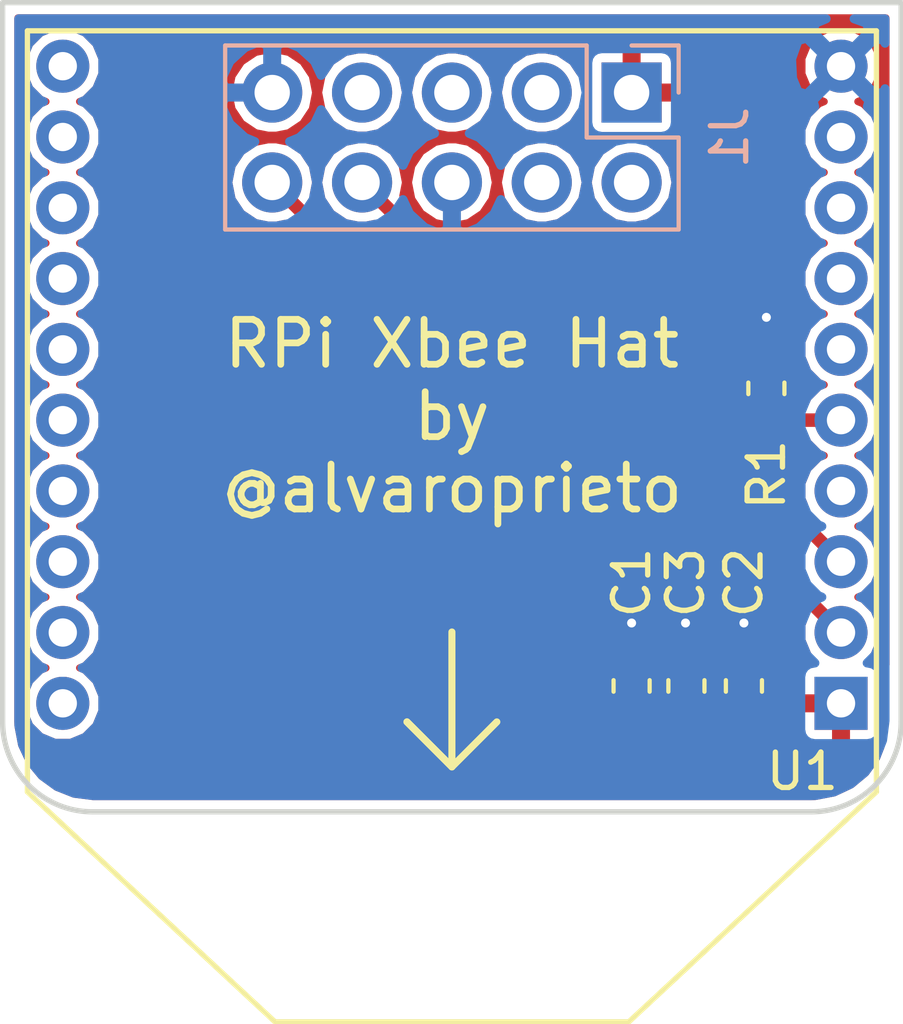
<source format=kicad_pcb>
(kicad_pcb (version 20171130) (host pcbnew 5.0.2-bee76a0~70~ubuntu18.04.1)

  (general
    (thickness 1.6)
    (drawings 11)
    (tracks 17)
    (zones 0)
    (modules 6)
    (nets 26)
  )

  (page A4)
  (title_block
    (title "Xbee Rpi Hat")
    (date 2019-01-20)
    (rev 1.0)
  )

  (layers
    (0 F.Cu signal)
    (31 B.Cu signal)
    (32 B.Adhes user)
    (33 F.Adhes user)
    (34 B.Paste user)
    (35 F.Paste user)
    (36 B.SilkS user)
    (37 F.SilkS user)
    (38 B.Mask user)
    (39 F.Mask user)
    (40 Dwgs.User user)
    (41 Cmts.User user)
    (42 Eco1.User user)
    (43 Eco2.User user)
    (44 Edge.Cuts user)
    (45 Margin user)
    (46 B.CrtYd user)
    (47 F.CrtYd user)
    (48 B.Fab user)
    (49 F.Fab user hide)
  )

  (setup
    (last_trace_width 0.381)
    (user_trace_width 0.1524)
    (user_trace_width 0.2032)
    (user_trace_width 0.254)
    (user_trace_width 0.3048)
    (user_trace_width 0.381)
    (user_trace_width 0.508)
    (user_trace_width 0.635)
    (user_trace_width 1.016)
    (trace_clearance 0.1524)
    (zone_clearance 0.254)
    (zone_45_only no)
    (trace_min 0.1524)
    (segment_width 0.2)
    (edge_width 0.15)
    (via_size 0.508)
    (via_drill 0.254)
    (via_min_size 0.508)
    (via_min_drill 0.254)
    (uvia_size 0.508)
    (uvia_drill 0.254)
    (uvias_allowed no)
    (uvia_min_size 0.2)
    (uvia_min_drill 0.1)
    (pcb_text_width 0.3)
    (pcb_text_size 1.5 1.5)
    (mod_edge_width 0.15)
    (mod_text_size 1 1)
    (mod_text_width 0.15)
    (pad_size 1.524 1.524)
    (pad_drill 0.762)
    (pad_to_mask_clearance 0.051)
    (solder_mask_min_width 0.25)
    (aux_axis_origin 0 0)
    (visible_elements FFFFFF7F)
    (pcbplotparams
      (layerselection 0x010fc_ffffffff)
      (usegerberextensions false)
      (usegerberattributes false)
      (usegerberadvancedattributes false)
      (creategerberjobfile false)
      (excludeedgelayer true)
      (linewidth 0.100000)
      (plotframeref false)
      (viasonmask false)
      (mode 1)
      (useauxorigin false)
      (hpglpennumber 1)
      (hpglpenspeed 20)
      (hpglpendiameter 15.000000)
      (psnegative false)
      (psa4output false)
      (plotreference true)
      (plotvalue true)
      (plotinvisibletext false)
      (padsonsilk false)
      (subtractmaskfromsilk false)
      (outputformat 1)
      (mirror false)
      (drillshape 1)
      (scaleselection 1)
      (outputdirectory ""))
  )

  (net 0 "")
  (net 1 +3V3)
  (net 2 GND)
  (net 3 "Net-(J1-Pad2)")
  (net 4 "Net-(J1-Pad3)")
  (net 5 "Net-(J1-Pad4)")
  (net 6 "Net-(J1-Pad5)")
  (net 7 "Net-(J1-Pad7)")
  (net 8 /PI_TX)
  (net 9 /PI_RX)
  (net 10 "Net-(R1-Pad1)")
  (net 11 "Net-(U1-Pad4)")
  (net 12 "Net-(U1-Pad6)")
  (net 13 "Net-(U1-Pad7)")
  (net 14 "Net-(U1-Pad8)")
  (net 15 "Net-(U1-Pad9)")
  (net 16 "Net-(U1-Pad11)")
  (net 17 "Net-(U1-Pad12)")
  (net 18 "Net-(U1-Pad13)")
  (net 19 "Net-(U1-Pad14)")
  (net 20 "Net-(U1-Pad15)")
  (net 21 "Net-(U1-Pad16)")
  (net 22 "Net-(U1-Pad17)")
  (net 23 "Net-(U1-Pad18)")
  (net 24 "Net-(U1-Pad19)")
  (net 25 "Net-(U1-Pad20)")

  (net_class Default "This is the default net class."
    (clearance 0.1524)
    (trace_width 0.1524)
    (via_dia 0.508)
    (via_drill 0.254)
    (uvia_dia 0.508)
    (uvia_drill 0.254)
    (diff_pair_gap 0.1524)
    (diff_pair_width 0.1524)
    (add_net +3V3)
    (add_net /PI_RX)
    (add_net /PI_TX)
    (add_net GND)
    (add_net "Net-(J1-Pad2)")
    (add_net "Net-(J1-Pad3)")
    (add_net "Net-(J1-Pad4)")
    (add_net "Net-(J1-Pad5)")
    (add_net "Net-(J1-Pad7)")
    (add_net "Net-(R1-Pad1)")
    (add_net "Net-(U1-Pad11)")
    (add_net "Net-(U1-Pad12)")
    (add_net "Net-(U1-Pad13)")
    (add_net "Net-(U1-Pad14)")
    (add_net "Net-(U1-Pad15)")
    (add_net "Net-(U1-Pad16)")
    (add_net "Net-(U1-Pad17)")
    (add_net "Net-(U1-Pad18)")
    (add_net "Net-(U1-Pad19)")
    (add_net "Net-(U1-Pad20)")
    (add_net "Net-(U1-Pad4)")
    (add_net "Net-(U1-Pad6)")
    (add_net "Net-(U1-Pad7)")
    (add_net "Net-(U1-Pad8)")
    (add_net "Net-(U1-Pad9)")
  )

  (module alvarop:XBEE_S2C_TH (layer F.Cu) (tedit 5BB41CB2) (tstamp 5C518020)
    (at 147.32 84.455)
    (path /5C4517A5)
    (fp_text reference U1 (at 9.906 10.922) (layer F.SilkS)
      (effects (font (size 1 1) (thickness 0.15)))
    )
    (fp_text value XBEE_S2C (at 0 -8.5) (layer F.Fab)
      (effects (font (size 1 1) (thickness 0.15)))
    )
    (fp_line (start 12 -10) (end -12 -10) (layer F.SilkS) (width 0.15))
    (fp_line (start -12 -10) (end -12 11.5) (layer F.SilkS) (width 0.15))
    (fp_line (start 12 -10) (end 12 11.5) (layer F.SilkS) (width 0.15))
    (fp_line (start 5 18) (end -5 18) (layer F.SilkS) (width 0.15))
    (fp_line (start -5 18) (end -12 11.5) (layer F.SilkS) (width 0.15))
    (fp_line (start 12 11.5) (end 5 18) (layer F.SilkS) (width 0.15))
    (pad 1 thru_hole rect (at 11 9) (size 1.5 1.5) (drill 0.8) (layers *.Cu *.Mask)
      (net 1 +3V3))
    (pad 2 thru_hole circle (at 11 7) (size 1.5 1.5) (drill 0.8) (layers *.Cu *.Mask)
      (net 9 /PI_RX))
    (pad 3 thru_hole circle (at 11 5) (size 1.5 1.5) (drill 0.8) (layers *.Cu *.Mask)
      (net 8 /PI_TX))
    (pad 4 thru_hole circle (at 11 3) (size 1.5 1.5) (drill 0.8) (layers *.Cu *.Mask)
      (net 11 "Net-(U1-Pad4)"))
    (pad 5 thru_hole circle (at 11 1) (size 1.5 1.5) (drill 0.8) (layers *.Cu *.Mask)
      (net 10 "Net-(R1-Pad1)"))
    (pad 6 thru_hole circle (at 11 -1) (size 1.5 1.5) (drill 0.8) (layers *.Cu *.Mask)
      (net 12 "Net-(U1-Pad6)"))
    (pad 7 thru_hole circle (at 11 -3) (size 1.5 1.5) (drill 0.8) (layers *.Cu *.Mask)
      (net 13 "Net-(U1-Pad7)"))
    (pad 8 thru_hole circle (at 11 -5) (size 1.5 1.5) (drill 0.8) (layers *.Cu *.Mask)
      (net 14 "Net-(U1-Pad8)"))
    (pad 9 thru_hole circle (at 11 -7) (size 1.5 1.5) (drill 0.8) (layers *.Cu *.Mask)
      (net 15 "Net-(U1-Pad9)"))
    (pad 10 thru_hole circle (at 11 -9) (size 1.5 1.5) (drill 0.8) (layers *.Cu *.Mask)
      (net 2 GND))
    (pad 11 thru_hole circle (at -11 -9) (size 1.5 1.5) (drill 0.8) (layers *.Cu *.Mask)
      (net 16 "Net-(U1-Pad11)"))
    (pad 12 thru_hole circle (at -11 -7) (size 1.5 1.5) (drill 0.8) (layers *.Cu *.Mask)
      (net 17 "Net-(U1-Pad12)"))
    (pad 13 thru_hole circle (at -11 -5) (size 1.5 1.5) (drill 0.8) (layers *.Cu *.Mask)
      (net 18 "Net-(U1-Pad13)"))
    (pad 14 thru_hole circle (at -11 -3) (size 1.5 1.5) (drill 0.8) (layers *.Cu *.Mask)
      (net 19 "Net-(U1-Pad14)"))
    (pad 15 thru_hole circle (at -11 -1) (size 1.5 1.5) (drill 0.8) (layers *.Cu *.Mask)
      (net 20 "Net-(U1-Pad15)"))
    (pad 16 thru_hole circle (at -11 1) (size 1.5 1.5) (drill 0.8) (layers *.Cu *.Mask)
      (net 21 "Net-(U1-Pad16)"))
    (pad 17 thru_hole circle (at -11 3) (size 1.5 1.5) (drill 0.8) (layers *.Cu *.Mask)
      (net 22 "Net-(U1-Pad17)"))
    (pad 18 thru_hole circle (at -11 5) (size 1.5 1.5) (drill 0.8) (layers *.Cu *.Mask)
      (net 23 "Net-(U1-Pad18)"))
    (pad 19 thru_hole circle (at -11 7) (size 1.5 1.5) (drill 0.8) (layers *.Cu *.Mask)
      (net 24 "Net-(U1-Pad19)"))
    (pad 20 thru_hole circle (at -11 9) (size 1.5 1.5) (drill 0.8) (layers *.Cu *.Mask)
      (net 25 "Net-(U1-Pad20)"))
  )

  (module Capacitor_SMD:C_0603_1608Metric (layer F.Cu) (tedit 5B301BBE) (tstamp 5C517B2D)
    (at 152.4 92.964 90)
    (descr "Capacitor SMD 0603 (1608 Metric), square (rectangular) end terminal, IPC_7351 nominal, (Body size source: http://www.tortai-tech.com/upload/download/2011102023233369053.pdf), generated with kicad-footprint-generator")
    (tags capacitor)
    (path /5C45221A)
    (attr smd)
    (fp_text reference C1 (at 2.921 0 90) (layer F.SilkS)
      (effects (font (size 1 1) (thickness 0.15)))
    )
    (fp_text value 1uF (at 0 1.43 90) (layer F.Fab)
      (effects (font (size 1 1) (thickness 0.15)))
    )
    (fp_line (start -0.8 0.4) (end -0.8 -0.4) (layer F.Fab) (width 0.1))
    (fp_line (start -0.8 -0.4) (end 0.8 -0.4) (layer F.Fab) (width 0.1))
    (fp_line (start 0.8 -0.4) (end 0.8 0.4) (layer F.Fab) (width 0.1))
    (fp_line (start 0.8 0.4) (end -0.8 0.4) (layer F.Fab) (width 0.1))
    (fp_line (start -0.162779 -0.51) (end 0.162779 -0.51) (layer F.SilkS) (width 0.12))
    (fp_line (start -0.162779 0.51) (end 0.162779 0.51) (layer F.SilkS) (width 0.12))
    (fp_line (start -1.48 0.73) (end -1.48 -0.73) (layer F.CrtYd) (width 0.05))
    (fp_line (start -1.48 -0.73) (end 1.48 -0.73) (layer F.CrtYd) (width 0.05))
    (fp_line (start 1.48 -0.73) (end 1.48 0.73) (layer F.CrtYd) (width 0.05))
    (fp_line (start 1.48 0.73) (end -1.48 0.73) (layer F.CrtYd) (width 0.05))
    (fp_text user %R (at 0 0 90) (layer F.Fab)
      (effects (font (size 0.4 0.4) (thickness 0.06)))
    )
    (pad 1 smd roundrect (at -0.7875 0 90) (size 0.875 0.95) (layers F.Cu F.Paste F.Mask) (roundrect_rratio 0.25)
      (net 1 +3V3))
    (pad 2 smd roundrect (at 0.7875 0 90) (size 0.875 0.95) (layers F.Cu F.Paste F.Mask) (roundrect_rratio 0.25)
      (net 2 GND))
    (model ${KISYS3DMOD}/Capacitor_SMD.3dshapes/C_0603_1608Metric.wrl
      (at (xyz 0 0 0))
      (scale (xyz 1 1 1))
      (rotate (xyz 0 0 0))
    )
  )

  (module Capacitor_SMD:C_0603_1608Metric (layer F.Cu) (tedit 5B301BBE) (tstamp 5C517B3E)
    (at 155.575 92.964 90)
    (descr "Capacitor SMD 0603 (1608 Metric), square (rectangular) end terminal, IPC_7351 nominal, (Body size source: http://www.tortai-tech.com/upload/download/2011102023233369053.pdf), generated with kicad-footprint-generator")
    (tags capacitor)
    (path /5C4521F2)
    (attr smd)
    (fp_text reference C2 (at 2.921 0 90) (layer F.SilkS)
      (effects (font (size 1 1) (thickness 0.15)))
    )
    (fp_text value 8.2pF (at 0 1.43 90) (layer F.Fab)
      (effects (font (size 1 1) (thickness 0.15)))
    )
    (fp_text user %R (at 0 0 270) (layer F.Fab)
      (effects (font (size 0.4 0.4) (thickness 0.06)))
    )
    (fp_line (start 1.48 0.73) (end -1.48 0.73) (layer F.CrtYd) (width 0.05))
    (fp_line (start 1.48 -0.73) (end 1.48 0.73) (layer F.CrtYd) (width 0.05))
    (fp_line (start -1.48 -0.73) (end 1.48 -0.73) (layer F.CrtYd) (width 0.05))
    (fp_line (start -1.48 0.73) (end -1.48 -0.73) (layer F.CrtYd) (width 0.05))
    (fp_line (start -0.162779 0.51) (end 0.162779 0.51) (layer F.SilkS) (width 0.12))
    (fp_line (start -0.162779 -0.51) (end 0.162779 -0.51) (layer F.SilkS) (width 0.12))
    (fp_line (start 0.8 0.4) (end -0.8 0.4) (layer F.Fab) (width 0.1))
    (fp_line (start 0.8 -0.4) (end 0.8 0.4) (layer F.Fab) (width 0.1))
    (fp_line (start -0.8 -0.4) (end 0.8 -0.4) (layer F.Fab) (width 0.1))
    (fp_line (start -0.8 0.4) (end -0.8 -0.4) (layer F.Fab) (width 0.1))
    (pad 2 smd roundrect (at 0.7875 0 90) (size 0.875 0.95) (layers F.Cu F.Paste F.Mask) (roundrect_rratio 0.25)
      (net 2 GND))
    (pad 1 smd roundrect (at -0.7875 0 90) (size 0.875 0.95) (layers F.Cu F.Paste F.Mask) (roundrect_rratio 0.25)
      (net 1 +3V3))
    (model ${KISYS3DMOD}/Capacitor_SMD.3dshapes/C_0603_1608Metric.wrl
      (at (xyz 0 0 0))
      (scale (xyz 1 1 1))
      (rotate (xyz 0 0 0))
    )
  )

  (module Capacitor_SMD:C_0603_1608Metric (layer F.Cu) (tedit 5B301BBE) (tstamp 5C517B4F)
    (at 153.9495 92.964 90)
    (descr "Capacitor SMD 0603 (1608 Metric), square (rectangular) end terminal, IPC_7351 nominal, (Body size source: http://www.tortai-tech.com/upload/download/2011102023233369053.pdf), generated with kicad-footprint-generator")
    (tags capacitor)
    (path /5C4521C4)
    (attr smd)
    (fp_text reference C3 (at 2.921 -0.0255 90) (layer F.SilkS)
      (effects (font (size 1 1) (thickness 0.15)))
    )
    (fp_text value 10uF (at 0 1.43 90) (layer F.Fab)
      (effects (font (size 1 1) (thickness 0.15)))
    )
    (fp_line (start -0.8 0.4) (end -0.8 -0.4) (layer F.Fab) (width 0.1))
    (fp_line (start -0.8 -0.4) (end 0.8 -0.4) (layer F.Fab) (width 0.1))
    (fp_line (start 0.8 -0.4) (end 0.8 0.4) (layer F.Fab) (width 0.1))
    (fp_line (start 0.8 0.4) (end -0.8 0.4) (layer F.Fab) (width 0.1))
    (fp_line (start -0.162779 -0.51) (end 0.162779 -0.51) (layer F.SilkS) (width 0.12))
    (fp_line (start -0.162779 0.51) (end 0.162779 0.51) (layer F.SilkS) (width 0.12))
    (fp_line (start -1.48 0.73) (end -1.48 -0.73) (layer F.CrtYd) (width 0.05))
    (fp_line (start -1.48 -0.73) (end 1.48 -0.73) (layer F.CrtYd) (width 0.05))
    (fp_line (start 1.48 -0.73) (end 1.48 0.73) (layer F.CrtYd) (width 0.05))
    (fp_line (start 1.48 0.73) (end -1.48 0.73) (layer F.CrtYd) (width 0.05))
    (fp_text user %R (at 0 0 90) (layer F.Fab)
      (effects (font (size 0.4 0.4) (thickness 0.06)))
    )
    (pad 1 smd roundrect (at -0.7875 0 90) (size 0.875 0.95) (layers F.Cu F.Paste F.Mask) (roundrect_rratio 0.25)
      (net 1 +3V3))
    (pad 2 smd roundrect (at 0.7875 0 90) (size 0.875 0.95) (layers F.Cu F.Paste F.Mask) (roundrect_rratio 0.25)
      (net 2 GND))
    (model ${KISYS3DMOD}/Capacitor_SMD.3dshapes/C_0603_1608Metric.wrl
      (at (xyz 0 0 0))
      (scale (xyz 1 1 1))
      (rotate (xyz 0 0 0))
    )
  )

  (module Connector_PinSocket_2.54mm:PinSocket_2x05_P2.54mm_Vertical (layer B.Cu) (tedit 5A19A42B) (tstamp 5C517B6F)
    (at 152.4 76.2 90)
    (descr "Through hole straight socket strip, 2x05, 2.54mm pitch, double cols (from Kicad 4.0.7), script generated")
    (tags "Through hole socket strip THT 2x05 2.54mm double row")
    (path /5C451C69)
    (fp_text reference J1 (at -1.27 2.77 90) (layer B.SilkS)
      (effects (font (size 1 1) (thickness 0.15)) (justify mirror))
    )
    (fp_text value RPi (at -1.27 -12.93 90) (layer B.Fab)
      (effects (font (size 1 1) (thickness 0.15)) (justify mirror))
    )
    (fp_line (start -3.81 1.27) (end 0.27 1.27) (layer B.Fab) (width 0.1))
    (fp_line (start 0.27 1.27) (end 1.27 0.27) (layer B.Fab) (width 0.1))
    (fp_line (start 1.27 0.27) (end 1.27 -11.43) (layer B.Fab) (width 0.1))
    (fp_line (start 1.27 -11.43) (end -3.81 -11.43) (layer B.Fab) (width 0.1))
    (fp_line (start -3.81 -11.43) (end -3.81 1.27) (layer B.Fab) (width 0.1))
    (fp_line (start -3.87 1.33) (end -1.27 1.33) (layer B.SilkS) (width 0.12))
    (fp_line (start -3.87 1.33) (end -3.87 -11.49) (layer B.SilkS) (width 0.12))
    (fp_line (start -3.87 -11.49) (end 1.33 -11.49) (layer B.SilkS) (width 0.12))
    (fp_line (start 1.33 -1.27) (end 1.33 -11.49) (layer B.SilkS) (width 0.12))
    (fp_line (start -1.27 -1.27) (end 1.33 -1.27) (layer B.SilkS) (width 0.12))
    (fp_line (start -1.27 1.33) (end -1.27 -1.27) (layer B.SilkS) (width 0.12))
    (fp_line (start 1.33 1.33) (end 1.33 0) (layer B.SilkS) (width 0.12))
    (fp_line (start 0 1.33) (end 1.33 1.33) (layer B.SilkS) (width 0.12))
    (fp_line (start -4.34 1.8) (end 1.76 1.8) (layer B.CrtYd) (width 0.05))
    (fp_line (start 1.76 1.8) (end 1.76 -11.9) (layer B.CrtYd) (width 0.05))
    (fp_line (start 1.76 -11.9) (end -4.34 -11.9) (layer B.CrtYd) (width 0.05))
    (fp_line (start -4.34 -11.9) (end -4.34 1.8) (layer B.CrtYd) (width 0.05))
    (fp_text user %R (at -1.27 -5.08 180) (layer B.Fab)
      (effects (font (size 1 1) (thickness 0.15)) (justify mirror))
    )
    (pad 1 thru_hole rect (at 0 0 90) (size 1.7 1.7) (drill 1) (layers *.Cu *.Mask)
      (net 1 +3V3))
    (pad 2 thru_hole oval (at -2.54 0 90) (size 1.7 1.7) (drill 1) (layers *.Cu *.Mask)
      (net 3 "Net-(J1-Pad2)"))
    (pad 3 thru_hole oval (at 0 -2.54 90) (size 1.7 1.7) (drill 1) (layers *.Cu *.Mask)
      (net 4 "Net-(J1-Pad3)"))
    (pad 4 thru_hole oval (at -2.54 -2.54 90) (size 1.7 1.7) (drill 1) (layers *.Cu *.Mask)
      (net 5 "Net-(J1-Pad4)"))
    (pad 5 thru_hole oval (at 0 -5.08 90) (size 1.7 1.7) (drill 1) (layers *.Cu *.Mask)
      (net 6 "Net-(J1-Pad5)"))
    (pad 6 thru_hole oval (at -2.54 -5.08 90) (size 1.7 1.7) (drill 1) (layers *.Cu *.Mask)
      (net 2 GND))
    (pad 7 thru_hole oval (at 0 -7.62 90) (size 1.7 1.7) (drill 1) (layers *.Cu *.Mask)
      (net 7 "Net-(J1-Pad7)"))
    (pad 8 thru_hole oval (at -2.54 -7.62 90) (size 1.7 1.7) (drill 1) (layers *.Cu *.Mask)
      (net 8 /PI_TX))
    (pad 9 thru_hole oval (at 0 -10.16 90) (size 1.7 1.7) (drill 1) (layers *.Cu *.Mask)
      (net 2 GND))
    (pad 10 thru_hole oval (at -2.54 -10.16 90) (size 1.7 1.7) (drill 1) (layers *.Cu *.Mask)
      (net 9 /PI_RX))
    (model ${KISYS3DMOD}/Connector_PinSocket_2.54mm.3dshapes/PinSocket_2x05_P2.54mm_Vertical.wrl
      (at (xyz 0 0 0))
      (scale (xyz 1 1 1))
      (rotate (xyz 0 0 0))
    )
  )

  (module Resistor_SMD:R_0603_1608Metric (layer F.Cu) (tedit 5B301BBD) (tstamp 5C517B80)
    (at 156.21 84.5565 90)
    (descr "Resistor SMD 0603 (1608 Metric), square (rectangular) end terminal, IPC_7351 nominal, (Body size source: http://www.tortai-tech.com/upload/download/2011102023233369053.pdf), generated with kicad-footprint-generator")
    (tags resistor)
    (path /5C4520F2)
    (attr smd)
    (fp_text reference R1 (at -2.4385 0 90) (layer F.SilkS)
      (effects (font (size 1 1) (thickness 0.15)))
    )
    (fp_text value 10k (at 0 1.43 90) (layer F.Fab)
      (effects (font (size 1 1) (thickness 0.15)))
    )
    (fp_line (start -0.8 0.4) (end -0.8 -0.4) (layer F.Fab) (width 0.1))
    (fp_line (start -0.8 -0.4) (end 0.8 -0.4) (layer F.Fab) (width 0.1))
    (fp_line (start 0.8 -0.4) (end 0.8 0.4) (layer F.Fab) (width 0.1))
    (fp_line (start 0.8 0.4) (end -0.8 0.4) (layer F.Fab) (width 0.1))
    (fp_line (start -0.162779 -0.51) (end 0.162779 -0.51) (layer F.SilkS) (width 0.12))
    (fp_line (start -0.162779 0.51) (end 0.162779 0.51) (layer F.SilkS) (width 0.12))
    (fp_line (start -1.48 0.73) (end -1.48 -0.73) (layer F.CrtYd) (width 0.05))
    (fp_line (start -1.48 -0.73) (end 1.48 -0.73) (layer F.CrtYd) (width 0.05))
    (fp_line (start 1.48 -0.73) (end 1.48 0.73) (layer F.CrtYd) (width 0.05))
    (fp_line (start 1.48 0.73) (end -1.48 0.73) (layer F.CrtYd) (width 0.05))
    (fp_text user %R (at 0 0 90) (layer F.Fab)
      (effects (font (size 0.4 0.4) (thickness 0.06)))
    )
    (pad 1 smd roundrect (at -0.7875 0 90) (size 0.875 0.95) (layers F.Cu F.Paste F.Mask) (roundrect_rratio 0.25)
      (net 10 "Net-(R1-Pad1)"))
    (pad 2 smd roundrect (at 0.7875 0 90) (size 0.875 0.95) (layers F.Cu F.Paste F.Mask) (roundrect_rratio 0.25)
      (net 2 GND))
    (model ${KISYS3DMOD}/Resistor_SMD.3dshapes/R_0603_1608Metric.wrl
      (at (xyz 0 0 0))
      (scale (xyz 1 1 1))
      (rotate (xyz 0 0 0))
    )
  )

  (gr_text "RPi Xbee Hat\nby\n@alvaroprieto" (at 147.32 85.344) (layer F.SilkS)
    (effects (font (size 1.27 1.27) (thickness 0.1905)))
  )
  (gr_line (start 147.32 95.25) (end 148.59 93.98) (layer F.SilkS) (width 0.2))
  (gr_line (start 146.05 93.98) (end 147.32 95.25) (layer F.SilkS) (width 0.2))
  (gr_line (start 147.32 95.25) (end 146.05 93.98) (layer F.SilkS) (width 0.2))
  (gr_line (start 147.32 91.44) (end 147.32 95.25) (layer F.SilkS) (width 0.2))
  (gr_arc (start 137.16 93.98) (end 134.62 93.98) (angle -90) (layer Edge.Cuts) (width 0.15))
  (gr_arc (start 157.48 93.98) (end 157.48 96.52) (angle -90) (layer Edge.Cuts) (width 0.15))
  (gr_line (start 160.02 73.66) (end 160.02 93.98) (layer Edge.Cuts) (width 0.15))
  (gr_line (start 137.16 96.52) (end 157.48 96.52) (layer Edge.Cuts) (width 0.15))
  (gr_line (start 134.62 73.66) (end 134.62 93.98) (layer Edge.Cuts) (width 0.15))
  (gr_line (start 160.02 73.66) (end 134.62 73.66) (layer Edge.Cuts) (width 0.15))

  (via (at 156.21 82.55) (size 0.508) (drill 0.254) (layers F.Cu B.Cu) (net 2))
  (segment (start 156.21 83.769) (end 156.21 82.55) (width 0.381) (layer F.Cu) (net 2))
  (via (at 152.4 91.186) (size 0.508) (drill 0.254) (layers F.Cu B.Cu) (net 2))
  (segment (start 152.4 92.1765) (end 152.4 91.186) (width 0.381) (layer F.Cu) (net 2))
  (via (at 153.924 91.186) (size 0.508) (drill 0.254) (layers F.Cu B.Cu) (net 2))
  (segment (start 153.9495 92.1765) (end 153.9495 91.2115) (width 0.381) (layer F.Cu) (net 2))
  (segment (start 153.9495 91.2115) (end 153.924 91.186) (width 0.381) (layer F.Cu) (net 2))
  (via (at 155.575 91.186) (size 0.508) (drill 0.254) (layers F.Cu B.Cu) (net 2))
  (segment (start 155.575 92.1765) (end 155.575 91.186) (width 0.381) (layer F.Cu) (net 2))
  (segment (start 144.78 78.74) (end 154.432 88.392) (width 0.381) (layer F.Cu) (net 8))
  (segment (start 157.257 88.392) (end 158.32 89.455) (width 0.381) (layer F.Cu) (net 8))
  (segment (start 154.432 88.392) (end 157.257 88.392) (width 0.381) (layer F.Cu) (net 8))
  (segment (start 142.24 78.74) (end 152.908 89.408) (width 0.381) (layer F.Cu) (net 9))
  (segment (start 156.273 89.408) (end 158.32 91.455) (width 0.381) (layer F.Cu) (net 9))
  (segment (start 152.908 89.408) (end 156.273 89.408) (width 0.381) (layer F.Cu) (net 9))
  (segment (start 156.321 85.455) (end 156.21 85.344) (width 0.381) (layer F.Cu) (net 10))
  (segment (start 158.32 85.455) (end 156.321 85.455) (width 0.381) (layer F.Cu) (net 10))

  (zone (net 2) (net_name GND) (layer B.Cu) (tstamp 0) (hatch edge 0.508)
    (connect_pads (clearance 0.254))
    (min_thickness 0.254)
    (fill yes (arc_segments 16) (thermal_gap 0.508) (thermal_bridge_width 0.508))
    (polygon
      (pts
        (xy 134.62 73.66) (xy 160.02 73.66) (xy 160.02 96.52) (xy 134.62 96.52)
      )
    )
    (filled_polygon
      (pts
        (xy 157.596077 74.24254) (xy 157.528088 74.483483) (xy 158.32 75.275395) (xy 159.111912 74.483483) (xy 159.043923 74.24254)
        (xy 158.688365 74.116) (xy 159.564 74.116) (xy 159.564 74.807221) (xy 159.53246 74.731077) (xy 159.291517 74.663088)
        (xy 158.499605 75.455) (xy 159.291517 76.246912) (xy 159.53246 76.178923) (xy 159.564 76.0903) (xy 159.564001 93.951304)
        (xy 159.495017 94.497367) (xy 159.303047 94.982228) (xy 158.996529 95.404115) (xy 158.594722 95.736519) (xy 158.12287 95.958556)
        (xy 157.589295 96.06034) (xy 157.472837 96.064) (xy 137.188688 96.064) (xy 136.642633 95.995017) (xy 136.157772 95.803047)
        (xy 135.735885 95.496529) (xy 135.403481 95.094722) (xy 135.181444 94.62287) (xy 135.07966 94.089295) (xy 135.076 93.972837)
        (xy 135.076 75.23003) (xy 135.189 75.23003) (xy 135.189 75.67997) (xy 135.361184 76.09566) (xy 135.67934 76.413816)
        (xy 135.778767 76.455) (xy 135.67934 76.496184) (xy 135.361184 76.81434) (xy 135.189 77.23003) (xy 135.189 77.67997)
        (xy 135.361184 78.09566) (xy 135.67934 78.413816) (xy 135.778767 78.455) (xy 135.67934 78.496184) (xy 135.361184 78.81434)
        (xy 135.189 79.23003) (xy 135.189 79.67997) (xy 135.361184 80.09566) (xy 135.67934 80.413816) (xy 135.778767 80.455)
        (xy 135.67934 80.496184) (xy 135.361184 80.81434) (xy 135.189 81.23003) (xy 135.189 81.67997) (xy 135.361184 82.09566)
        (xy 135.67934 82.413816) (xy 135.778767 82.455) (xy 135.67934 82.496184) (xy 135.361184 82.81434) (xy 135.189 83.23003)
        (xy 135.189 83.67997) (xy 135.361184 84.09566) (xy 135.67934 84.413816) (xy 135.778767 84.455) (xy 135.67934 84.496184)
        (xy 135.361184 84.81434) (xy 135.189 85.23003) (xy 135.189 85.67997) (xy 135.361184 86.09566) (xy 135.67934 86.413816)
        (xy 135.778767 86.455) (xy 135.67934 86.496184) (xy 135.361184 86.81434) (xy 135.189 87.23003) (xy 135.189 87.67997)
        (xy 135.361184 88.09566) (xy 135.67934 88.413816) (xy 135.778767 88.455) (xy 135.67934 88.496184) (xy 135.361184 88.81434)
        (xy 135.189 89.23003) (xy 135.189 89.67997) (xy 135.361184 90.09566) (xy 135.67934 90.413816) (xy 135.778767 90.455)
        (xy 135.67934 90.496184) (xy 135.361184 90.81434) (xy 135.189 91.23003) (xy 135.189 91.67997) (xy 135.361184 92.09566)
        (xy 135.67934 92.413816) (xy 135.778767 92.455) (xy 135.67934 92.496184) (xy 135.361184 92.81434) (xy 135.189 93.23003)
        (xy 135.189 93.67997) (xy 135.361184 94.09566) (xy 135.67934 94.413816) (xy 136.09503 94.586) (xy 136.54497 94.586)
        (xy 136.96066 94.413816) (xy 137.278816 94.09566) (xy 137.451 93.67997) (xy 137.451 93.23003) (xy 137.278816 92.81434)
        (xy 137.169476 92.705) (xy 157.181536 92.705) (xy 157.181536 94.205) (xy 157.211106 94.353659) (xy 157.295314 94.479686)
        (xy 157.421341 94.563894) (xy 157.57 94.593464) (xy 159.07 94.593464) (xy 159.218659 94.563894) (xy 159.344686 94.479686)
        (xy 159.428894 94.353659) (xy 159.458464 94.205) (xy 159.458464 92.705) (xy 159.428894 92.556341) (xy 159.344686 92.430314)
        (xy 159.218659 92.346106) (xy 159.07 92.316536) (xy 159.05794 92.316536) (xy 159.278816 92.09566) (xy 159.451 91.67997)
        (xy 159.451 91.23003) (xy 159.278816 90.81434) (xy 158.96066 90.496184) (xy 158.861233 90.455) (xy 158.96066 90.413816)
        (xy 159.278816 90.09566) (xy 159.451 89.67997) (xy 159.451 89.23003) (xy 159.278816 88.81434) (xy 158.96066 88.496184)
        (xy 158.861233 88.455) (xy 158.96066 88.413816) (xy 159.278816 88.09566) (xy 159.451 87.67997) (xy 159.451 87.23003)
        (xy 159.278816 86.81434) (xy 158.96066 86.496184) (xy 158.861233 86.455) (xy 158.96066 86.413816) (xy 159.278816 86.09566)
        (xy 159.451 85.67997) (xy 159.451 85.23003) (xy 159.278816 84.81434) (xy 158.96066 84.496184) (xy 158.861233 84.455)
        (xy 158.96066 84.413816) (xy 159.278816 84.09566) (xy 159.451 83.67997) (xy 159.451 83.23003) (xy 159.278816 82.81434)
        (xy 158.96066 82.496184) (xy 158.861233 82.455) (xy 158.96066 82.413816) (xy 159.278816 82.09566) (xy 159.451 81.67997)
        (xy 159.451 81.23003) (xy 159.278816 80.81434) (xy 158.96066 80.496184) (xy 158.861233 80.455) (xy 158.96066 80.413816)
        (xy 159.278816 80.09566) (xy 159.451 79.67997) (xy 159.451 79.23003) (xy 159.278816 78.81434) (xy 158.96066 78.496184)
        (xy 158.861233 78.455) (xy 158.96066 78.413816) (xy 159.278816 78.09566) (xy 159.451 77.67997) (xy 159.451 77.23003)
        (xy 159.278816 76.81434) (xy 159.063293 76.598817) (xy 159.111912 76.426517) (xy 158.32 75.634605) (xy 157.528088 76.426517)
        (xy 157.576707 76.598817) (xy 157.361184 76.81434) (xy 157.189 77.23003) (xy 157.189 77.67997) (xy 157.361184 78.09566)
        (xy 157.67934 78.413816) (xy 157.778767 78.455) (xy 157.67934 78.496184) (xy 157.361184 78.81434) (xy 157.189 79.23003)
        (xy 157.189 79.67997) (xy 157.361184 80.09566) (xy 157.67934 80.413816) (xy 157.778767 80.455) (xy 157.67934 80.496184)
        (xy 157.361184 80.81434) (xy 157.189 81.23003) (xy 157.189 81.67997) (xy 157.361184 82.09566) (xy 157.67934 82.413816)
        (xy 157.778767 82.455) (xy 157.67934 82.496184) (xy 157.361184 82.81434) (xy 157.189 83.23003) (xy 157.189 83.67997)
        (xy 157.361184 84.09566) (xy 157.67934 84.413816) (xy 157.778767 84.455) (xy 157.67934 84.496184) (xy 157.361184 84.81434)
        (xy 157.189 85.23003) (xy 157.189 85.67997) (xy 157.361184 86.09566) (xy 157.67934 86.413816) (xy 157.778767 86.455)
        (xy 157.67934 86.496184) (xy 157.361184 86.81434) (xy 157.189 87.23003) (xy 157.189 87.67997) (xy 157.361184 88.09566)
        (xy 157.67934 88.413816) (xy 157.778767 88.455) (xy 157.67934 88.496184) (xy 157.361184 88.81434) (xy 157.189 89.23003)
        (xy 157.189 89.67997) (xy 157.361184 90.09566) (xy 157.67934 90.413816) (xy 157.778767 90.455) (xy 157.67934 90.496184)
        (xy 157.361184 90.81434) (xy 157.189 91.23003) (xy 157.189 91.67997) (xy 157.361184 92.09566) (xy 157.58206 92.316536)
        (xy 157.57 92.316536) (xy 157.421341 92.346106) (xy 157.295314 92.430314) (xy 157.211106 92.556341) (xy 157.181536 92.705)
        (xy 137.169476 92.705) (xy 136.96066 92.496184) (xy 136.861233 92.455) (xy 136.96066 92.413816) (xy 137.278816 92.09566)
        (xy 137.451 91.67997) (xy 137.451 91.23003) (xy 137.278816 90.81434) (xy 136.96066 90.496184) (xy 136.861233 90.455)
        (xy 136.96066 90.413816) (xy 137.278816 90.09566) (xy 137.451 89.67997) (xy 137.451 89.23003) (xy 137.278816 88.81434)
        (xy 136.96066 88.496184) (xy 136.861233 88.455) (xy 136.96066 88.413816) (xy 137.278816 88.09566) (xy 137.451 87.67997)
        (xy 137.451 87.23003) (xy 137.278816 86.81434) (xy 136.96066 86.496184) (xy 136.861233 86.455) (xy 136.96066 86.413816)
        (xy 137.278816 86.09566) (xy 137.451 85.67997) (xy 137.451 85.23003) (xy 137.278816 84.81434) (xy 136.96066 84.496184)
        (xy 136.861233 84.455) (xy 136.96066 84.413816) (xy 137.278816 84.09566) (xy 137.451 83.67997) (xy 137.451 83.23003)
        (xy 137.278816 82.81434) (xy 136.96066 82.496184) (xy 136.861233 82.455) (xy 136.96066 82.413816) (xy 137.278816 82.09566)
        (xy 137.451 81.67997) (xy 137.451 81.23003) (xy 137.278816 80.81434) (xy 136.96066 80.496184) (xy 136.861233 80.455)
        (xy 136.96066 80.413816) (xy 137.278816 80.09566) (xy 137.451 79.67997) (xy 137.451 79.23003) (xy 137.278816 78.81434)
        (xy 136.96066 78.496184) (xy 136.861233 78.455) (xy 136.96066 78.413816) (xy 137.278816 78.09566) (xy 137.451 77.67997)
        (xy 137.451 77.23003) (xy 137.278816 76.81434) (xy 137.021368 76.556892) (xy 140.798514 76.556892) (xy 141.044817 77.081358)
        (xy 141.473076 77.471645) (xy 141.750512 77.586555) (xy 141.352499 77.852499) (xy 141.080424 78.259688) (xy 140.984884 78.74)
        (xy 141.080424 79.220312) (xy 141.352499 79.627501) (xy 141.759688 79.899576) (xy 142.118761 79.971) (xy 142.361239 79.971)
        (xy 142.720312 79.899576) (xy 143.127501 79.627501) (xy 143.399576 79.220312) (xy 143.495116 78.74) (xy 143.524884 78.74)
        (xy 143.620424 79.220312) (xy 143.892499 79.627501) (xy 144.299688 79.899576) (xy 144.658761 79.971) (xy 144.901239 79.971)
        (xy 145.260312 79.899576) (xy 145.667501 79.627501) (xy 145.937755 79.223037) (xy 146.124817 79.621358) (xy 146.553076 80.011645)
        (xy 146.96311 80.181476) (xy 147.193 80.060155) (xy 147.193 78.867) (xy 147.173 78.867) (xy 147.173 78.613)
        (xy 147.193 78.613) (xy 147.193 78.593) (xy 147.447 78.593) (xy 147.447 78.613) (xy 147.467 78.613)
        (xy 147.467 78.867) (xy 147.447 78.867) (xy 147.447 80.060155) (xy 147.67689 80.181476) (xy 148.086924 80.011645)
        (xy 148.515183 79.621358) (xy 148.702245 79.223037) (xy 148.972499 79.627501) (xy 149.379688 79.899576) (xy 149.738761 79.971)
        (xy 149.981239 79.971) (xy 150.340312 79.899576) (xy 150.747501 79.627501) (xy 151.019576 79.220312) (xy 151.115116 78.74)
        (xy 151.144884 78.74) (xy 151.240424 79.220312) (xy 151.512499 79.627501) (xy 151.919688 79.899576) (xy 152.278761 79.971)
        (xy 152.521239 79.971) (xy 152.880312 79.899576) (xy 153.287501 79.627501) (xy 153.559576 79.220312) (xy 153.655116 78.74)
        (xy 153.559576 78.259688) (xy 153.287501 77.852499) (xy 152.880312 77.580424) (xy 152.521239 77.509) (xy 152.278761 77.509)
        (xy 151.919688 77.580424) (xy 151.512499 77.852499) (xy 151.240424 78.259688) (xy 151.144884 78.74) (xy 151.115116 78.74)
        (xy 151.019576 78.259688) (xy 150.747501 77.852499) (xy 150.340312 77.580424) (xy 149.981239 77.509) (xy 149.738761 77.509)
        (xy 149.379688 77.580424) (xy 148.972499 77.852499) (xy 148.702245 78.256963) (xy 148.515183 77.858642) (xy 148.086924 77.468355)
        (xy 147.809488 77.353445) (xy 148.207501 77.087501) (xy 148.479576 76.680312) (xy 148.575116 76.2) (xy 148.604884 76.2)
        (xy 148.700424 76.680312) (xy 148.972499 77.087501) (xy 149.379688 77.359576) (xy 149.738761 77.431) (xy 149.981239 77.431)
        (xy 150.340312 77.359576) (xy 150.747501 77.087501) (xy 151.019576 76.680312) (xy 151.115116 76.2) (xy 151.019576 75.719688)
        (xy 150.772559 75.35) (xy 151.161536 75.35) (xy 151.161536 77.05) (xy 151.191106 77.198659) (xy 151.275314 77.324686)
        (xy 151.401341 77.408894) (xy 151.55 77.438464) (xy 153.25 77.438464) (xy 153.398659 77.408894) (xy 153.524686 77.324686)
        (xy 153.608894 77.198659) (xy 153.638464 77.05) (xy 153.638464 75.35) (xy 153.618607 75.250171) (xy 156.922799 75.250171)
        (xy 156.95077 75.800448) (xy 157.10754 76.178923) (xy 157.348483 76.246912) (xy 158.140395 75.455) (xy 157.348483 74.663088)
        (xy 157.10754 74.731077) (xy 156.922799 75.250171) (xy 153.618607 75.250171) (xy 153.608894 75.201341) (xy 153.524686 75.075314)
        (xy 153.398659 74.991106) (xy 153.25 74.961536) (xy 151.55 74.961536) (xy 151.401341 74.991106) (xy 151.275314 75.075314)
        (xy 151.191106 75.201341) (xy 151.161536 75.35) (xy 150.772559 75.35) (xy 150.747501 75.312499) (xy 150.340312 75.040424)
        (xy 149.981239 74.969) (xy 149.738761 74.969) (xy 149.379688 75.040424) (xy 148.972499 75.312499) (xy 148.700424 75.719688)
        (xy 148.604884 76.2) (xy 148.575116 76.2) (xy 148.479576 75.719688) (xy 148.207501 75.312499) (xy 147.800312 75.040424)
        (xy 147.441239 74.969) (xy 147.198761 74.969) (xy 146.839688 75.040424) (xy 146.432499 75.312499) (xy 146.160424 75.719688)
        (xy 146.064884 76.2) (xy 146.160424 76.680312) (xy 146.432499 77.087501) (xy 146.830512 77.353445) (xy 146.553076 77.468355)
        (xy 146.124817 77.858642) (xy 145.937755 78.256963) (xy 145.667501 77.852499) (xy 145.260312 77.580424) (xy 144.901239 77.509)
        (xy 144.658761 77.509) (xy 144.299688 77.580424) (xy 143.892499 77.852499) (xy 143.620424 78.259688) (xy 143.524884 78.74)
        (xy 143.495116 78.74) (xy 143.399576 78.259688) (xy 143.127501 77.852499) (xy 142.729488 77.586555) (xy 143.006924 77.471645)
        (xy 143.435183 77.081358) (xy 143.622245 76.683037) (xy 143.892499 77.087501) (xy 144.299688 77.359576) (xy 144.658761 77.431)
        (xy 144.901239 77.431) (xy 145.260312 77.359576) (xy 145.667501 77.087501) (xy 145.939576 76.680312) (xy 146.035116 76.2)
        (xy 145.939576 75.719688) (xy 145.667501 75.312499) (xy 145.260312 75.040424) (xy 144.901239 74.969) (xy 144.658761 74.969)
        (xy 144.299688 75.040424) (xy 143.892499 75.312499) (xy 143.622245 75.716963) (xy 143.435183 75.318642) (xy 143.006924 74.928355)
        (xy 142.59689 74.758524) (xy 142.367 74.879845) (xy 142.367 76.073) (xy 142.387 76.073) (xy 142.387 76.327)
        (xy 142.367 76.327) (xy 142.367 76.347) (xy 142.113 76.347) (xy 142.113 76.327) (xy 140.919181 76.327)
        (xy 140.798514 76.556892) (xy 137.021368 76.556892) (xy 136.96066 76.496184) (xy 136.861233 76.455) (xy 136.96066 76.413816)
        (xy 137.278816 76.09566) (xy 137.383426 75.843108) (xy 140.798514 75.843108) (xy 140.919181 76.073) (xy 142.113 76.073)
        (xy 142.113 74.879845) (xy 141.88311 74.758524) (xy 141.473076 74.928355) (xy 141.044817 75.318642) (xy 140.798514 75.843108)
        (xy 137.383426 75.843108) (xy 137.451 75.67997) (xy 137.451 75.23003) (xy 137.278816 74.81434) (xy 136.96066 74.496184)
        (xy 136.54497 74.324) (xy 136.09503 74.324) (xy 135.67934 74.496184) (xy 135.361184 74.81434) (xy 135.189 75.23003)
        (xy 135.076 75.23003) (xy 135.076 74.116) (xy 157.901571 74.116)
      )
    )
  )
  (zone (net 1) (net_name +3V3) (layer F.Cu) (tstamp 0) (hatch edge 0.508)
    (connect_pads (clearance 0.254))
    (min_thickness 0.2032)
    (fill yes (arc_segments 16) (thermal_gap 0.508) (thermal_bridge_width 0.508))
    (polygon
      (pts
        (xy 134.62 73.66) (xy 160.02 73.66) (xy 160.02 96.52) (xy 134.62 96.52)
      )
    )
    (filled_polygon
      (pts
        (xy 159.589401 92.365983) (xy 159.586794 92.359689) (xy 159.415311 92.188206) (xy 159.227954 92.1106) (xy 159.257282 92.081272)
        (xy 159.4256 91.674918) (xy 159.4256 91.235082) (xy 159.257282 90.828728) (xy 158.946272 90.517718) (xy 158.794858 90.455)
        (xy 158.946272 90.392282) (xy 159.257282 90.081272) (xy 159.4256 89.674918) (xy 159.4256 89.235082) (xy 159.257282 88.828728)
        (xy 158.946272 88.517718) (xy 158.794858 88.455) (xy 158.946272 88.392282) (xy 159.257282 88.081272) (xy 159.4256 87.674918)
        (xy 159.4256 87.235082) (xy 159.257282 86.828728) (xy 158.946272 86.517718) (xy 158.794858 86.455) (xy 158.946272 86.392282)
        (xy 159.257282 86.081272) (xy 159.4256 85.674918) (xy 159.4256 85.235082) (xy 159.257282 84.828728) (xy 158.946272 84.517718)
        (xy 158.794858 84.455) (xy 158.946272 84.392282) (xy 159.257282 84.081272) (xy 159.4256 83.674918) (xy 159.4256 83.235082)
        (xy 159.257282 82.828728) (xy 158.946272 82.517718) (xy 158.794858 82.455) (xy 158.946272 82.392282) (xy 159.257282 82.081272)
        (xy 159.4256 81.674918) (xy 159.4256 81.235082) (xy 159.257282 80.828728) (xy 158.946272 80.517718) (xy 158.794858 80.455)
        (xy 158.946272 80.392282) (xy 159.257282 80.081272) (xy 159.4256 79.674918) (xy 159.4256 79.235082) (xy 159.257282 78.828728)
        (xy 158.946272 78.517718) (xy 158.794858 78.455) (xy 158.946272 78.392282) (xy 159.257282 78.081272) (xy 159.4256 77.674918)
        (xy 159.4256 77.235082) (xy 159.257282 76.828728) (xy 158.946272 76.517718) (xy 158.794858 76.455) (xy 158.946272 76.392282)
        (xy 159.257282 76.081272) (xy 159.4256 75.674918) (xy 159.4256 75.235082) (xy 159.257282 74.828728) (xy 158.946272 74.517718)
        (xy 158.539918 74.3494) (xy 158.100082 74.3494) (xy 157.693728 74.517718) (xy 157.382718 74.828728) (xy 157.2144 75.235082)
        (xy 157.2144 75.674918) (xy 157.382718 76.081272) (xy 157.693728 76.392282) (xy 157.845142 76.455) (xy 157.693728 76.517718)
        (xy 157.382718 76.828728) (xy 157.2144 77.235082) (xy 157.2144 77.674918) (xy 157.382718 78.081272) (xy 157.693728 78.392282)
        (xy 157.845142 78.455) (xy 157.693728 78.517718) (xy 157.382718 78.828728) (xy 157.2144 79.235082) (xy 157.2144 79.674918)
        (xy 157.382718 80.081272) (xy 157.693728 80.392282) (xy 157.845142 80.455) (xy 157.693728 80.517718) (xy 157.382718 80.828728)
        (xy 157.2144 81.235082) (xy 157.2144 81.674918) (xy 157.382718 82.081272) (xy 157.693728 82.392282) (xy 157.845142 82.455)
        (xy 157.693728 82.517718) (xy 157.382718 82.828728) (xy 157.2144 83.235082) (xy 157.2144 83.674918) (xy 157.382718 84.081272)
        (xy 157.693728 84.392282) (xy 157.845142 84.455) (xy 157.693728 84.517718) (xy 157.382718 84.828728) (xy 157.34951 84.9089)
        (xy 157.004531 84.9089) (xy 157.003316 84.90279) (xy 156.877302 84.714198) (xy 156.68871 84.588184) (xy 156.529424 84.5565)
        (xy 156.68871 84.524816) (xy 156.877302 84.398802) (xy 157.003316 84.21021) (xy 157.047566 83.98775) (xy 157.047566 83.55025)
        (xy 157.003316 83.32779) (xy 156.877302 83.139198) (xy 156.7561 83.058213) (xy 156.7561 82.82456) (xy 156.8196 82.671257)
        (xy 156.8196 82.428743) (xy 156.726794 82.204689) (xy 156.555311 82.033206) (xy 156.331257 81.9404) (xy 156.088743 81.9404)
        (xy 155.864689 82.033206) (xy 155.693206 82.204689) (xy 155.6004 82.428743) (xy 155.6004 82.671257) (xy 155.663901 82.824562)
        (xy 155.663901 83.058212) (xy 155.542698 83.139198) (xy 155.416684 83.32779) (xy 155.372434 83.55025) (xy 155.372434 83.98775)
        (xy 155.416684 84.21021) (xy 155.542698 84.398802) (xy 155.73129 84.524816) (xy 155.890576 84.5565) (xy 155.73129 84.588184)
        (xy 155.542698 84.714198) (xy 155.416684 84.90279) (xy 155.372434 85.12525) (xy 155.372434 85.56275) (xy 155.416684 85.78521)
        (xy 155.542698 85.973802) (xy 155.73129 86.099816) (xy 155.95375 86.144066) (xy 156.46625 86.144066) (xy 156.68871 86.099816)
        (xy 156.836448 86.0011) (xy 157.34951 86.0011) (xy 157.382718 86.081272) (xy 157.693728 86.392282) (xy 157.845142 86.455)
        (xy 157.693728 86.517718) (xy 157.382718 86.828728) (xy 157.2144 87.235082) (xy 157.2144 87.674918) (xy 157.282928 87.84036)
        (xy 157.257 87.835202) (xy 157.203219 87.8459) (xy 154.658202 87.8459) (xy 145.933411 79.12111) (xy 146.009219 78.74)
        (xy 146.090781 78.74) (xy 146.18435 79.210402) (xy 146.450811 79.609189) (xy 146.849598 79.87565) (xy 147.20126 79.9456)
        (xy 147.43874 79.9456) (xy 147.790402 79.87565) (xy 148.189189 79.609189) (xy 148.45565 79.210402) (xy 148.549219 78.74)
        (xy 148.630781 78.74) (xy 148.72435 79.210402) (xy 148.990811 79.609189) (xy 149.389598 79.87565) (xy 149.74126 79.9456)
        (xy 149.97874 79.9456) (xy 150.330402 79.87565) (xy 150.729189 79.609189) (xy 150.99565 79.210402) (xy 151.089219 78.74)
        (xy 150.99565 78.269598) (xy 150.729189 77.870811) (xy 150.330402 77.60435) (xy 149.97874 77.5344) (xy 149.74126 77.5344)
        (xy 149.389598 77.60435) (xy 148.990811 77.870811) (xy 148.72435 78.269598) (xy 148.630781 78.74) (xy 148.549219 78.74)
        (xy 148.45565 78.269598) (xy 148.189189 77.870811) (xy 147.790402 77.60435) (xy 147.43874 77.5344) (xy 147.20126 77.5344)
        (xy 146.849598 77.60435) (xy 146.450811 77.870811) (xy 146.18435 78.269598) (xy 146.090781 78.74) (xy 146.009219 78.74)
        (xy 145.91565 78.269598) (xy 145.649189 77.870811) (xy 145.250402 77.60435) (xy 144.89874 77.5344) (xy 144.66126 77.5344)
        (xy 144.309598 77.60435) (xy 143.910811 77.870811) (xy 143.64435 78.269598) (xy 143.550781 78.74) (xy 143.64435 79.210402)
        (xy 143.910811 79.609189) (xy 144.309598 79.87565) (xy 144.66126 79.9456) (xy 144.89874 79.9456) (xy 145.16111 79.893411)
        (xy 154.007818 88.74012) (xy 154.038284 88.785716) (xy 154.152302 88.8619) (xy 153.134202 88.8619) (xy 143.393411 79.12111)
        (xy 143.469219 78.74) (xy 143.37565 78.269598) (xy 143.109189 77.870811) (xy 142.710402 77.60435) (xy 142.35874 77.5344)
        (xy 142.12126 77.5344) (xy 141.769598 77.60435) (xy 141.370811 77.870811) (xy 141.10435 78.269598) (xy 141.010781 78.74)
        (xy 141.10435 79.210402) (xy 141.370811 79.609189) (xy 141.769598 79.87565) (xy 142.12126 79.9456) (xy 142.35874 79.9456)
        (xy 142.62111 79.893411) (xy 152.483818 89.75612) (xy 152.514284 89.801716) (xy 152.694923 89.922414) (xy 152.854218 89.9541)
        (xy 152.907999 89.964798) (xy 152.96178 89.9541) (xy 156.046799 89.9541) (xy 157.247608 91.15491) (xy 157.2144 91.235082)
        (xy 157.2144 91.674918) (xy 157.382718 92.081272) (xy 157.412046 92.1106) (xy 157.224689 92.188206) (xy 157.053206 92.359689)
        (xy 156.9604 92.583743) (xy 156.9604 93.1502) (xy 157.1128 93.3026) (xy 158.1676 93.3026) (xy 158.1676 93.2826)
        (xy 158.4724 93.2826) (xy 158.4724 93.3026) (xy 158.4924 93.3026) (xy 158.4924 93.6074) (xy 158.4724 93.6074)
        (xy 158.4724 94.6622) (xy 158.6248 94.8146) (xy 159.191257 94.8146) (xy 159.415311 94.721794) (xy 159.445386 94.691719)
        (xy 159.325483 94.99456) (xy 159.015191 95.421641) (xy 158.608438 95.758137) (xy 158.130784 95.982904) (xy 157.592093 96.085664)
        (xy 157.473221 96.0894) (xy 137.187095 96.0894) (xy 136.636265 96.019814) (xy 136.14544 95.825483) (xy 135.718359 95.515191)
        (xy 135.381863 95.108438) (xy 135.157096 94.630784) (xy 135.054336 94.092093) (xy 135.0506 93.973221) (xy 135.0506 75.235082)
        (xy 135.2144 75.235082) (xy 135.2144 75.674918) (xy 135.382718 76.081272) (xy 135.693728 76.392282) (xy 135.845142 76.455)
        (xy 135.693728 76.517718) (xy 135.382718 76.828728) (xy 135.2144 77.235082) (xy 135.2144 77.674918) (xy 135.382718 78.081272)
        (xy 135.693728 78.392282) (xy 135.845142 78.455) (xy 135.693728 78.517718) (xy 135.382718 78.828728) (xy 135.2144 79.235082)
        (xy 135.2144 79.674918) (xy 135.382718 80.081272) (xy 135.693728 80.392282) (xy 135.845142 80.455) (xy 135.693728 80.517718)
        (xy 135.382718 80.828728) (xy 135.2144 81.235082) (xy 135.2144 81.674918) (xy 135.382718 82.081272) (xy 135.693728 82.392282)
        (xy 135.845142 82.455) (xy 135.693728 82.517718) (xy 135.382718 82.828728) (xy 135.2144 83.235082) (xy 135.2144 83.674918)
        (xy 135.382718 84.081272) (xy 135.693728 84.392282) (xy 135.845142 84.455) (xy 135.693728 84.517718) (xy 135.382718 84.828728)
        (xy 135.2144 85.235082) (xy 135.2144 85.674918) (xy 135.382718 86.081272) (xy 135.693728 86.392282) (xy 135.845142 86.455)
        (xy 135.693728 86.517718) (xy 135.382718 86.828728) (xy 135.2144 87.235082) (xy 135.2144 87.674918) (xy 135.382718 88.081272)
        (xy 135.693728 88.392282) (xy 135.845142 88.455) (xy 135.693728 88.517718) (xy 135.382718 88.828728) (xy 135.2144 89.235082)
        (xy 135.2144 89.674918) (xy 135.382718 90.081272) (xy 135.693728 90.392282) (xy 135.845142 90.455) (xy 135.693728 90.517718)
        (xy 135.382718 90.828728) (xy 135.2144 91.235082) (xy 135.2144 91.674918) (xy 135.382718 92.081272) (xy 135.693728 92.392282)
        (xy 135.845142 92.455) (xy 135.693728 92.517718) (xy 135.382718 92.828728) (xy 135.2144 93.235082) (xy 135.2144 93.674918)
        (xy 135.382718 94.081272) (xy 135.693728 94.392282) (xy 136.100082 94.5606) (xy 136.539918 94.5606) (xy 136.946272 94.392282)
        (xy 137.257282 94.081272) (xy 137.267625 94.0563) (xy 151.3154 94.0563) (xy 151.3154 94.310257) (xy 151.408206 94.534311)
        (xy 151.579689 94.705794) (xy 151.803743 94.7986) (xy 152.0952 94.7986) (xy 152.2476 94.6462) (xy 152.2476 93.9039)
        (xy 152.5524 93.9039) (xy 152.5524 94.6462) (xy 152.7048 94.7986) (xy 152.996257 94.7986) (xy 153.17475 94.724666)
        (xy 153.353243 94.7986) (xy 153.6447 94.7986) (xy 153.7971 94.6462) (xy 153.7971 93.9039) (xy 154.1019 93.9039)
        (xy 154.1019 94.6462) (xy 154.2543 94.7986) (xy 154.545757 94.7986) (xy 154.76225 94.708926) (xy 154.978743 94.7986)
        (xy 155.2702 94.7986) (xy 155.4226 94.6462) (xy 155.4226 93.9039) (xy 155.7274 93.9039) (xy 155.7274 94.6462)
        (xy 155.8798 94.7986) (xy 156.171257 94.7986) (xy 156.395311 94.705794) (xy 156.566794 94.534311) (xy 156.6596 94.310257)
        (xy 156.6596 94.0563) (xy 156.5072 93.9039) (xy 155.7274 93.9039) (xy 155.4226 93.9039) (xy 154.1019 93.9039)
        (xy 153.7971 93.9039) (xy 152.5524 93.9039) (xy 152.2476 93.9039) (xy 151.4678 93.9039) (xy 151.3154 94.0563)
        (xy 137.267625 94.0563) (xy 137.39044 93.7598) (xy 156.9604 93.7598) (xy 156.9604 94.326257) (xy 157.053206 94.550311)
        (xy 157.224689 94.721794) (xy 157.448743 94.8146) (xy 158.0152 94.8146) (xy 158.1676 94.6622) (xy 158.1676 93.6074)
        (xy 157.1128 93.6074) (xy 156.9604 93.7598) (xy 137.39044 93.7598) (xy 137.4256 93.674918) (xy 137.4256 93.235082)
        (xy 137.408063 93.192743) (xy 151.3154 93.192743) (xy 151.3154 93.4467) (xy 151.4678 93.5991) (xy 152.2476 93.5991)
        (xy 152.2476 93.5791) (xy 152.5524 93.5791) (xy 152.5524 93.5991) (xy 153.7971 93.5991) (xy 153.7971 93.5791)
        (xy 154.1019 93.5791) (xy 154.1019 93.5991) (xy 155.4226 93.5991) (xy 155.4226 93.5791) (xy 155.7274 93.5791)
        (xy 155.7274 93.5991) (xy 156.5072 93.5991) (xy 156.6596 93.4467) (xy 156.6596 93.192743) (xy 156.566794 92.968689)
        (xy 156.395311 92.797206) (xy 156.280231 92.749538) (xy 156.368316 92.61771) (xy 156.412566 92.39525) (xy 156.412566 91.95775)
        (xy 156.368316 91.73529) (xy 156.242302 91.546698) (xy 156.1211 91.465713) (xy 156.1211 91.46056) (xy 156.1846 91.307257)
        (xy 156.1846 91.064743) (xy 156.091794 90.840689) (xy 155.920311 90.669206) (xy 155.696257 90.5764) (xy 155.453743 90.5764)
        (xy 155.229689 90.669206) (xy 155.058206 90.840689) (xy 154.9654 91.064743) (xy 154.9654 91.307257) (xy 155.028901 91.460562)
        (xy 155.028901 91.465712) (xy 154.907698 91.546698) (xy 154.781684 91.73529) (xy 154.76225 91.832991) (xy 154.742816 91.73529)
        (xy 154.616802 91.546698) (xy 154.4956 91.465713) (xy 154.4956 91.398997) (xy 154.5336 91.307257) (xy 154.5336 91.064743)
        (xy 154.440794 90.840689) (xy 154.269311 90.669206) (xy 154.045257 90.5764) (xy 153.802743 90.5764) (xy 153.578689 90.669206)
        (xy 153.407206 90.840689) (xy 153.3144 91.064743) (xy 153.3144 91.307257) (xy 153.385099 91.477941) (xy 153.282198 91.546698)
        (xy 153.17475 91.707504) (xy 153.067302 91.546698) (xy 152.9461 91.465713) (xy 152.9461 91.46056) (xy 153.0096 91.307257)
        (xy 153.0096 91.064743) (xy 152.916794 90.840689) (xy 152.745311 90.669206) (xy 152.521257 90.5764) (xy 152.278743 90.5764)
        (xy 152.054689 90.669206) (xy 151.883206 90.840689) (xy 151.7904 91.064743) (xy 151.7904 91.307257) (xy 151.853901 91.460562)
        (xy 151.853901 91.465712) (xy 151.732698 91.546698) (xy 151.606684 91.73529) (xy 151.562434 91.95775) (xy 151.562434 92.39525)
        (xy 151.606684 92.61771) (xy 151.694769 92.749538) (xy 151.579689 92.797206) (xy 151.408206 92.968689) (xy 151.3154 93.192743)
        (xy 137.408063 93.192743) (xy 137.257282 92.828728) (xy 136.946272 92.517718) (xy 136.794858 92.455) (xy 136.946272 92.392282)
        (xy 137.257282 92.081272) (xy 137.4256 91.674918) (xy 137.4256 91.235082) (xy 137.257282 90.828728) (xy 136.946272 90.517718)
        (xy 136.794858 90.455) (xy 136.946272 90.392282) (xy 137.257282 90.081272) (xy 137.4256 89.674918) (xy 137.4256 89.235082)
        (xy 137.257282 88.828728) (xy 136.946272 88.517718) (xy 136.794858 88.455) (xy 136.946272 88.392282) (xy 137.257282 88.081272)
        (xy 137.4256 87.674918) (xy 137.4256 87.235082) (xy 137.257282 86.828728) (xy 136.946272 86.517718) (xy 136.794858 86.455)
        (xy 136.946272 86.392282) (xy 137.257282 86.081272) (xy 137.4256 85.674918) (xy 137.4256 85.235082) (xy 137.257282 84.828728)
        (xy 136.946272 84.517718) (xy 136.794858 84.455) (xy 136.946272 84.392282) (xy 137.257282 84.081272) (xy 137.4256 83.674918)
        (xy 137.4256 83.235082) (xy 137.257282 82.828728) (xy 136.946272 82.517718) (xy 136.794858 82.455) (xy 136.946272 82.392282)
        (xy 137.257282 82.081272) (xy 137.4256 81.674918) (xy 137.4256 81.235082) (xy 137.257282 80.828728) (xy 136.946272 80.517718)
        (xy 136.794858 80.455) (xy 136.946272 80.392282) (xy 137.257282 80.081272) (xy 137.4256 79.674918) (xy 137.4256 79.235082)
        (xy 137.257282 78.828728) (xy 136.946272 78.517718) (xy 136.794858 78.455) (xy 136.946272 78.392282) (xy 137.257282 78.081272)
        (xy 137.4256 77.674918) (xy 137.4256 77.235082) (xy 137.257282 76.828728) (xy 136.946272 76.517718) (xy 136.794858 76.455)
        (xy 136.946272 76.392282) (xy 137.138554 76.2) (xy 141.010781 76.2) (xy 141.10435 76.670402) (xy 141.370811 77.069189)
        (xy 141.769598 77.33565) (xy 142.12126 77.4056) (xy 142.35874 77.4056) (xy 142.710402 77.33565) (xy 143.109189 77.069189)
        (xy 143.37565 76.670402) (xy 143.469219 76.2) (xy 143.550781 76.2) (xy 143.64435 76.670402) (xy 143.910811 77.069189)
        (xy 144.309598 77.33565) (xy 144.66126 77.4056) (xy 144.89874 77.4056) (xy 145.250402 77.33565) (xy 145.649189 77.069189)
        (xy 145.91565 76.670402) (xy 146.009219 76.2) (xy 146.090781 76.2) (xy 146.18435 76.670402) (xy 146.450811 77.069189)
        (xy 146.849598 77.33565) (xy 147.20126 77.4056) (xy 147.43874 77.4056) (xy 147.790402 77.33565) (xy 148.189189 77.069189)
        (xy 148.45565 76.670402) (xy 148.549219 76.2) (xy 148.630781 76.2) (xy 148.72435 76.670402) (xy 148.990811 77.069189)
        (xy 149.389598 77.33565) (xy 149.74126 77.4056) (xy 149.97874 77.4056) (xy 150.330402 77.33565) (xy 150.729189 77.069189)
        (xy 150.9404 76.753089) (xy 150.9404 77.171257) (xy 151.033206 77.395311) (xy 151.204689 77.566794) (xy 151.428743 77.6596)
        (xy 151.846911 77.6596) (xy 151.530811 77.870811) (xy 151.26435 78.269598) (xy 151.170781 78.74) (xy 151.26435 79.210402)
        (xy 151.530811 79.609189) (xy 151.929598 79.87565) (xy 152.28126 79.9456) (xy 152.51874 79.9456) (xy 152.870402 79.87565)
        (xy 153.269189 79.609189) (xy 153.53565 79.210402) (xy 153.629219 78.74) (xy 153.53565 78.269598) (xy 153.269189 77.870811)
        (xy 152.953089 77.6596) (xy 153.371257 77.6596) (xy 153.595311 77.566794) (xy 153.766794 77.395311) (xy 153.8596 77.171257)
        (xy 153.8596 76.5048) (xy 153.7072 76.3524) (xy 152.5524 76.3524) (xy 152.5524 76.3724) (xy 152.2476 76.3724)
        (xy 152.2476 76.3524) (xy 152.2276 76.3524) (xy 152.2276 76.0476) (xy 152.2476 76.0476) (xy 152.2476 74.8928)
        (xy 152.5524 74.8928) (xy 152.5524 76.0476) (xy 153.7072 76.0476) (xy 153.8596 75.8952) (xy 153.8596 75.228743)
        (xy 153.766794 75.004689) (xy 153.595311 74.833206) (xy 153.371257 74.7404) (xy 152.7048 74.7404) (xy 152.5524 74.8928)
        (xy 152.2476 74.8928) (xy 152.0952 74.7404) (xy 151.428743 74.7404) (xy 151.204689 74.833206) (xy 151.033206 75.004689)
        (xy 150.9404 75.228743) (xy 150.9404 75.646911) (xy 150.729189 75.330811) (xy 150.330402 75.06435) (xy 149.97874 74.9944)
        (xy 149.74126 74.9944) (xy 149.389598 75.06435) (xy 148.990811 75.330811) (xy 148.72435 75.729598) (xy 148.630781 76.2)
        (xy 148.549219 76.2) (xy 148.45565 75.729598) (xy 148.189189 75.330811) (xy 147.790402 75.06435) (xy 147.43874 74.9944)
        (xy 147.20126 74.9944) (xy 146.849598 75.06435) (xy 146.450811 75.330811) (xy 146.18435 75.729598) (xy 146.090781 76.2)
        (xy 146.009219 76.2) (xy 145.91565 75.729598) (xy 145.649189 75.330811) (xy 145.250402 75.06435) (xy 144.89874 74.9944)
        (xy 144.66126 74.9944) (xy 144.309598 75.06435) (xy 143.910811 75.330811) (xy 143.64435 75.729598) (xy 143.550781 76.2)
        (xy 143.469219 76.2) (xy 143.37565 75.729598) (xy 143.109189 75.330811) (xy 142.710402 75.06435) (xy 142.35874 74.9944)
        (xy 142.12126 74.9944) (xy 141.769598 75.06435) (xy 141.370811 75.330811) (xy 141.10435 75.729598) (xy 141.010781 76.2)
        (xy 137.138554 76.2) (xy 137.257282 76.081272) (xy 137.4256 75.674918) (xy 137.4256 75.235082) (xy 137.257282 74.828728)
        (xy 136.946272 74.517718) (xy 136.539918 74.3494) (xy 136.100082 74.3494) (xy 135.693728 74.517718) (xy 135.382718 74.828728)
        (xy 135.2144 75.235082) (xy 135.0506 75.235082) (xy 135.0506 74.0906) (xy 159.5894 74.0906)
      )
    )
  )
)

</source>
